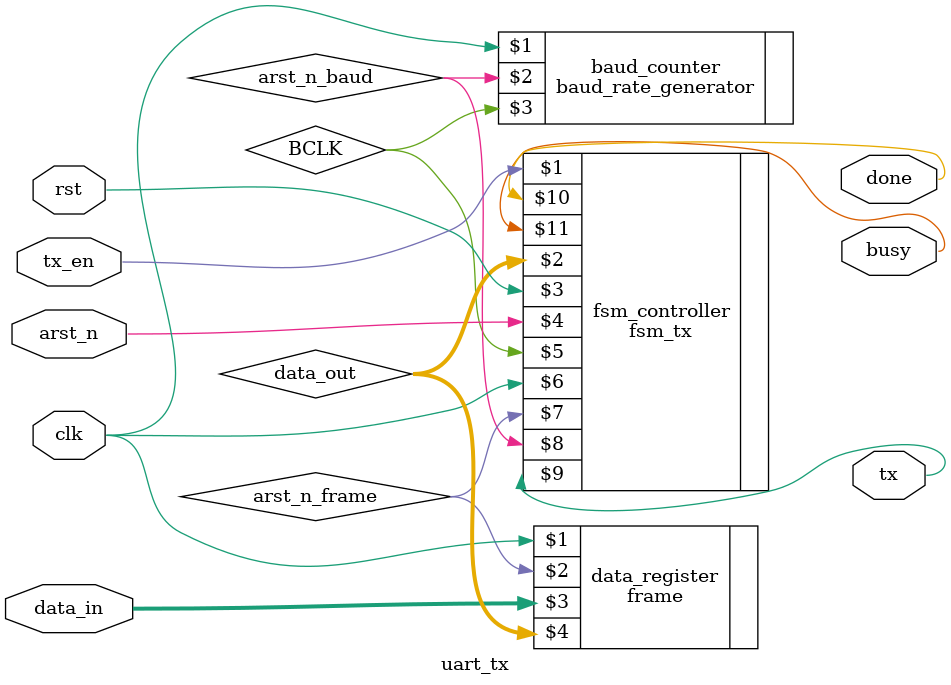
<source format=v>
module uart_tx
#(parameter UART_INPUT_CLK = 100_000_000 , baud_rate = 9600)
(
    input [7:0]data_in , //Register contains the data to be sended
    input clk , // Clock Signal
    input rst , // Synchronous Active High Reset 
    input arst_n , //Asynchronous Active Low Reset
    input tx_en , // Transmitting Enable Signal 
    output  tx , // The Transmitted bit
    output  done , //Done Flag is asserted if the transmission has already done
    output  busy  //Busy Flag is asserted if the transmitter is sending data now
);

//Internal Signals 
wire arst_n_baud , BCLK , arst_n_frame ;
wire [7:0]data_out ;


//Frame
frame data_register(clk , arst_n_frame ,data_in ,data_out);

//Baud Rate Generator 
baud_rate_generator #(.UART_INPUT_CLK(UART_INPUT_CLK), .baud_rate(baud_rate))
baud_counter( clk , arst_n_baud , BCLK );

//FSM Controller 
fsm_tx fsm_controller(tx_en ,data_out ,rst ,arst_n ,BCLK ,clk ,
    arst_n_frame ,arst_n_baud ,tx , done , busy);


endmodule
</source>
